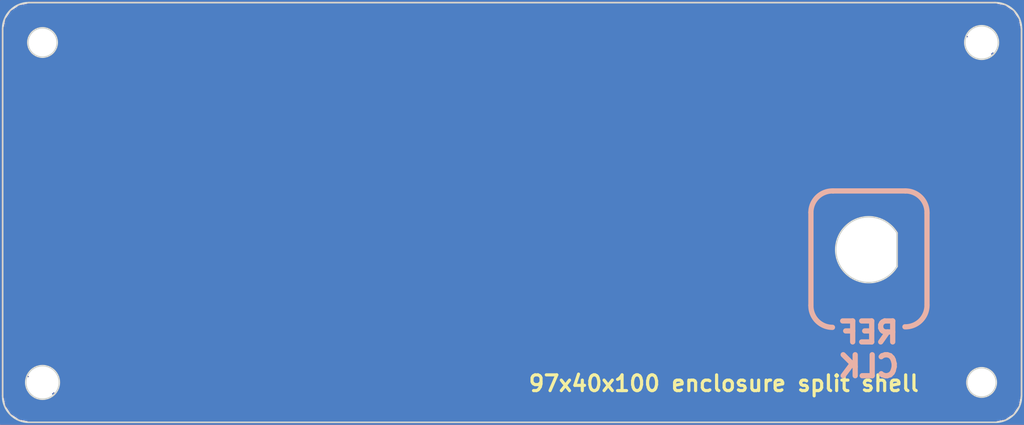
<source format=kicad_pcb>
(kicad_pcb (version 4) (host pcbnew no-bzr-kicad_new3d-viewer)
  (layers (0 F.Cu signal) (31 B.Cu signal) (34 B.Paste user) (35 F.Paste user) (36 B.SilkS user) (37 F.SilkS user) (38 B.Mask user) (39 F.Mask user) (44 Edge.Cuts user))
  (net 0 "")
  (module Ohisja:SMA_front_panel_12.5_antenna (layer B.Cu) (at 150.96391 97.737598 180)
    (fp_text reference REF**)
    (fp_text value 2)
    (fp_arc (start 0 0) (end -2.7 1.6) (angle -299.0257237) (layer Edge.Cuts) (width 0.15))
    (fp_line (start -2.7 1.6) (end -2.7 -1.6) (layer Edge.Cuts) (width 0.15))
  )
  (gr_arc (start 154.46391 94.187598) (end 156.51391 94.237598) (angle -91.39718103) (layer B.SilkS) (width 0.5))
  (gr_line (start 154.46391 92.137598) (end 147.56391 92.137598) (layer B.SilkS) (width 0.5))
  (gr_arc (start 147.51391 94.187598) (end 147.56391 92.137598) (angle -91.39718103) (layer B.SilkS) (width 0.5))
  (gr_text "97x40x100 enclosure split shell" (at 137.16391 110.487598) (layer F.SilkS) (effects (font (size 1.5 1.5) (thickness 0.3))))
  (gr_arc (start 147.51391 103.086988) (end 145.46391 103.036988) (angle -91.39718103) (layer B.SilkS) (width 0.5))
  (gr_line (start 145.46391 103.037598) (end 145.46391 94.187598) (layer B.SilkS) (width 0.5))
  (gr_line (start 156.51391 102.987598) (end 156.51391 94.237598) (layer B.SilkS) (width 0.5))
  (gr_arc (start 154.46391 103.036988) (end 154.41391 105.086988) (angle -91.39718103) (layer B.SilkS) (width 0.5))
  (gr_text "REF\nCLK" (at 150.96391 107.237598) (layer B.SilkS) (effects (font (size 2 2) (thickness 0.5)) (justify mirror)))
  (gr_circle (center 72.31391 110.387598) (end 70.71391 110.387598) (layer Edge.Cuts) (width 0.15))
  (gr_arc (start 71.01391 111.687598) (end 68.51391 111.687598) (angle -90) (layer Edge.Cuts) (width 0.15))
  (gr_circle (center 161.71391 110.387598) (end 161.71391 111.787598) (layer Edge.Cuts) (width 0.15))
  (gr_arc (start 163.01391 111.687598) (end 163.01391 114.187598) (angle -90) (layer Edge.Cuts) (width 0.15))
  (gr_circle (center 161.71391 77.987598) (end 163.31391 77.987598) (layer Edge.Cuts) (width 0.15))
  (gr_arc (start 163.01391 76.687598) (end 165.51391 76.687598) (angle -90) (layer Edge.Cuts) (width 0.15))
  (gr_arc (start 71.01391 76.687598) (end 71.01391 74.187598) (angle -90) (layer Edge.Cuts) (width 0.15))
  (gr_circle (center 72.31391 77.987598) (end 72.31391 76.587598) (layer Edge.Cuts) (width 0.15))
  (gr_line (start 68.51391 76.687598) (end 68.51391 111.687598) (layer Edge.Cuts) (width 0.15))
  (gr_line (start 165.51391 111.687598) (end 165.51391 76.687598) (layer Edge.Cuts) (width 0.15))
  (gr_line (start 163.01391 114.187598) (end 71.01391 114.187598) (layer Edge.Cuts) (width 0.15))
  (gr_line (start 163.01391 74.187598) (end 71.01391 74.187598) (layer Edge.Cuts) (width 0.15))
  (zone (net 0) (net_name "") (layer B.Cu) (connect_pads yes (clearance 0)) (min_thickness 0.1) (fill yes (mode segment) (arc_segments 16) (thermal_gap 0.508) (thermal_bridge_width 0.508))
    (polygon (pts (xy 165.76391 73.937598) (xy 68.26391 73.937598) (xy 68.26391 114.437598) (xy 165.76391 114.437598)))
  )
  (zone (net 0) (net_name "") (layer F.Cu) (connect_pads (clearance 0)) (min_thickness 0.1) (fill yes (arc_segments 16) (thermal_gap 0.508) (thermal_bridge_width 0.508))
    (polygon (pts (xy 165.76391 114.437598) (xy 68.26391 114.437598) (xy 68.26391 73.937598) (xy 165.76391 73.937598)))
  )
  (zone (net 0) (net_name "") (layer B.Cu) (connect_pads (clearance 0)) (min_thickness 0.254)
    (keepout (tracks allowed) (vias allowed) (copperpour not_allowed))
    (fill (arc_segments 16) (thermal_gap 0.508) (thermal_bridge_width 0.508))
    (polygon (pts (xy 153.66391 96.187598) (xy 153.66391 99.337598) (xy 153.21391 99.937598) (xy 152.61391 100.437598) (xy 151.76391 100.787598) (xy 150.71391 100.887598) (xy 149.76391 100.687598) (xy 148.91391 100.137598) (xy 148.36391 99.537598) (xy 147.96391 98.737598) (xy 147.81391 97.837598) (xy 147.91391 96.837598) (xy 148.41391 95.887598) (xy 149.26391 95.087598) (xy 150.41391 94.637598) (xy 151.61391 94.637598) (xy 152.56391 94.987598) (xy 153.26391 95.637598)))
  )
  (zone (net 0) (net_name "") (layer F.Cu) (connect_pads (clearance 0)) (min_thickness 0.254)
    (keepout (tracks allowed) (vias allowed) (copperpour not_allowed))
    (fill (arc_segments 16) (thermal_gap 0.508) (thermal_bridge_width 0.508))
    (polygon (pts (xy 153.66391 96.187598) (xy 153.66391 99.337598) (xy 153.21391 99.937598) (xy 152.61391 100.437598) (xy 151.76391 100.787598) (xy 150.71391 100.887598) (xy 149.76391 100.687598) (xy 148.91391 100.137598) (xy 148.36391 99.537598) (xy 147.96391 98.737598) (xy 147.81391 97.837598) (xy 147.91391 96.837598) (xy 148.41391 95.887598) (xy 149.26391 95.087598) (xy 150.41391 94.637598) (xy 151.61391 94.637598) (xy 152.56391 94.987598) (xy 153.26391 95.637598)))
  )
  (zone (net 0) (net_name "") (layer B.Cu) (connect_pads (clearance 0)) (min_thickness 0.254)
    (keepout (tracks allowed) (vias allowed) (copperpour not_allowed))
    (fill (arc_segments 16) (thermal_gap 0.508) (thermal_bridge_width 0.508))
    (polygon (pts (xy 163.16391 77.937598) (xy 163.06391 78.487598) (xy 162.76391 78.937598) (xy 162.36391 79.287598) (xy 161.71391 79.437598) (xy 161.06391 79.287598) (xy 160.66391 79.037598) (xy 160.36391 78.487598) (xy 160.26391 77.937598) (xy 160.41391 77.387598) (xy 160.66391 76.937598) (xy 161.21391 76.637598) (xy 161.71391 76.537598) (xy 162.26391 76.637598) (xy 162.71391 76.937598) (xy 163.06391 77.387598)))
  )
  (zone (net 0) (net_name "") (layer B.Cu) (connect_pads (clearance 0)) (min_thickness 0.254)
    (keepout (tracks allowed) (vias allowed) (copperpour not_allowed))
    (fill (arc_segments 16) (thermal_gap 0.508) (thermal_bridge_width 0.508))
    (polygon (pts (xy 163.16391 110.337598) (xy 163.06391 110.887598) (xy 162.76391 111.337598) (xy 162.36391 111.687598) (xy 161.71391 111.837598) (xy 161.06391 111.687598) (xy 160.66391 111.437598) (xy 160.36391 110.887598) (xy 160.26391 110.337598) (xy 160.41391 109.787598) (xy 160.66391 109.337598) (xy 161.21391 109.037598) (xy 161.71391 108.937598) (xy 162.26391 109.037598) (xy 162.71391 109.337598) (xy 163.06391 109.787598)))
  )
  (zone (net 0) (net_name "") (layer B.Cu) (connect_pads (clearance 0)) (min_thickness 0.254)
    (keepout (tracks allowed) (vias allowed) (copperpour not_allowed))
    (fill (arc_segments 16) (thermal_gap 0.508) (thermal_bridge_width 0.508))
    (polygon (pts (xy 73.76391 110.337598) (xy 73.66391 110.887598) (xy 73.36391 111.337598) (xy 72.96391 111.687598) (xy 72.31391 111.837598) (xy 71.66391 111.687598) (xy 71.26391 111.437598) (xy 70.96391 110.887598) (xy 70.86391 110.337598) (xy 71.01391 109.787598) (xy 71.26391 109.337598) (xy 71.81391 109.037598) (xy 72.31391 108.937598) (xy 72.86391 109.037598) (xy 73.31391 109.337598) (xy 73.66391 109.787598)))
  )
  (zone (net 0) (net_name "") (layer B.Cu) (connect_pads (clearance 0)) (min_thickness 0.254)
    (keepout (tracks allowed) (vias allowed) (copperpour not_allowed))
    (fill (arc_segments 16) (thermal_gap 0.508) (thermal_bridge_width 0.508))
    (polygon (pts (xy 73.76391 77.937598) (xy 73.66391 78.487598) (xy 73.36391 78.937598) (xy 72.96391 79.287598) (xy 72.31391 79.437598) (xy 71.66391 79.287598) (xy 71.26391 79.037598) (xy 70.96391 78.487598) (xy 70.86391 77.937598) (xy 71.01391 77.387598) (xy 71.26391 76.937598) (xy 71.81391 76.637598) (xy 72.31391 76.537598) (xy 72.86391 76.637598) (xy 73.31391 76.937598) (xy 73.66391 77.387598)))
  )
  (zone (net 0) (net_name "") (layer F.Cu) (connect_pads (clearance 0)) (min_thickness 0.254)
    (keepout (tracks allowed) (vias allowed) (copperpour not_allowed))
    (fill (arc_segments 16) (thermal_gap 0.508) (thermal_bridge_width 0.508))
    (polygon (pts (xy 163.16391 77.937598) (xy 163.06391 78.487598) (xy 162.76391 78.937598) (xy 162.36391 79.287598) (xy 161.71391 79.437598) (xy 161.06391 79.287598) (xy 160.66391 79.037598) (xy 160.36391 78.487598) (xy 160.26391 77.937598) (xy 160.41391 77.387598) (xy 160.66391 76.937598) (xy 161.21391 76.637598) (xy 161.71391 76.537598) (xy 162.26391 76.637598) (xy 162.71391 76.937598) (xy 163.06391 77.387598)))
  )
  (zone (net 0) (net_name "") (layer F.Cu) (connect_pads (clearance 0)) (min_thickness 0.254)
    (keepout (tracks allowed) (vias allowed) (copperpour not_allowed))
    (fill (arc_segments 16) (thermal_gap 0.508) (thermal_bridge_width 0.508))
    (polygon (pts (xy 163.16391 110.337598) (xy 163.06391 110.887598) (xy 162.76391 111.337598) (xy 162.36391 111.687598) (xy 161.71391 111.837598) (xy 161.06391 111.687598) (xy 160.66391 111.437598) (xy 160.36391 110.887598) (xy 160.26391 110.337598) (xy 160.41391 109.787598) (xy 160.66391 109.337598) (xy 161.21391 109.037598) (xy 161.71391 108.937598) (xy 162.26391 109.037598) (xy 162.71391 109.337598) (xy 163.06391 109.787598)))
  )
  (zone (net 0) (net_name "") (layer F.Cu) (connect_pads (clearance 0)) (min_thickness 0.254)
    (keepout (tracks allowed) (vias allowed) (copperpour not_allowed))
    (fill (arc_segments 16) (thermal_gap 0.508) (thermal_bridge_width 0.508))
    (polygon (pts (xy 73.76391 110.337598) (xy 73.66391 110.887598) (xy 73.36391 111.337598) (xy 72.96391 111.687598) (xy 72.31391 111.837598) (xy 71.66391 111.687598) (xy 71.26391 111.437598) (xy 70.96391 110.887598) (xy 70.86391 110.337598) (xy 71.01391 109.787598) (xy 71.26391 109.337598) (xy 71.81391 109.037598) (xy 72.31391 108.937598) (xy 72.86391 109.037598) (xy 73.31391 109.337598) (xy 73.66391 109.787598)))
  )
  (zone (net 0) (net_name "") (layer F.Cu) (connect_pads (clearance 0)) (min_thickness 0.254)
    (keepout (tracks allowed) (vias allowed) (copperpour not_allowed))
    (fill (arc_segments 16) (thermal_gap 0.508) (thermal_bridge_width 0.508))
    (polygon (pts (xy 73.76391 77.937598) (xy 73.66391 78.487598) (xy 73.36391 78.937598) (xy 72.96391 79.287598) (xy 72.31391 79.437598) (xy 71.66391 79.287598) (xy 71.26391 79.037598) (xy 70.96391 78.487598) (xy 70.86391 77.937598) (xy 71.01391 77.387598) (xy 71.26391 76.937598) (xy 71.81391 76.637598) (xy 72.31391 76.537598) (xy 72.86391 76.637598) (xy 73.31391 76.937598) (xy 73.66391 77.387598)))
  )
)
</source>
